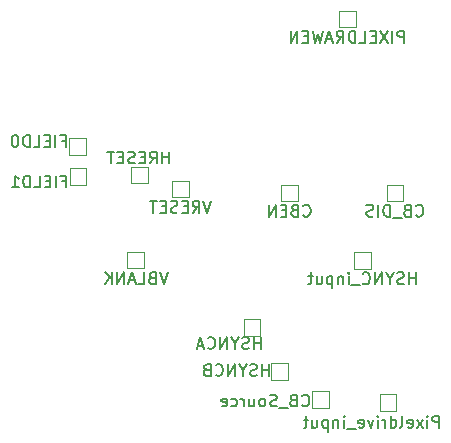
<source format=gbr>
%TF.GenerationSoftware,KiCad,Pcbnew,9.0.0*%
%TF.CreationDate,2025-04-23T17:39:51-07:00*%
%TF.ProjectId,ntscv2,6e747363-7632-42e6-9b69-6361645f7063,rev?*%
%TF.SameCoordinates,Original*%
%TF.FileFunction,Legend,Bot*%
%TF.FilePolarity,Positive*%
%FSLAX46Y46*%
G04 Gerber Fmt 4.6, Leading zero omitted, Abs format (unit mm)*
G04 Created by KiCad (PCBNEW 9.0.0) date 2025-04-23 17:39:51*
%MOMM*%
%LPD*%
G01*
G04 APERTURE LIST*
%ADD10C,0.150000*%
%ADD11C,0.120000*%
G04 APERTURE END LIST*
D10*
X179790475Y-55064819D02*
X179457142Y-56064819D01*
X179457142Y-56064819D02*
X179123809Y-55064819D01*
X178457142Y-55541009D02*
X178314285Y-55588628D01*
X178314285Y-55588628D02*
X178266666Y-55636247D01*
X178266666Y-55636247D02*
X178219047Y-55731485D01*
X178219047Y-55731485D02*
X178219047Y-55874342D01*
X178219047Y-55874342D02*
X178266666Y-55969580D01*
X178266666Y-55969580D02*
X178314285Y-56017200D01*
X178314285Y-56017200D02*
X178409523Y-56064819D01*
X178409523Y-56064819D02*
X178790475Y-56064819D01*
X178790475Y-56064819D02*
X178790475Y-55064819D01*
X178790475Y-55064819D02*
X178457142Y-55064819D01*
X178457142Y-55064819D02*
X178361904Y-55112438D01*
X178361904Y-55112438D02*
X178314285Y-55160057D01*
X178314285Y-55160057D02*
X178266666Y-55255295D01*
X178266666Y-55255295D02*
X178266666Y-55350533D01*
X178266666Y-55350533D02*
X178314285Y-55445771D01*
X178314285Y-55445771D02*
X178361904Y-55493390D01*
X178361904Y-55493390D02*
X178457142Y-55541009D01*
X178457142Y-55541009D02*
X178790475Y-55541009D01*
X177314285Y-56064819D02*
X177790475Y-56064819D01*
X177790475Y-56064819D02*
X177790475Y-55064819D01*
X177028570Y-55779104D02*
X176552380Y-55779104D01*
X177123808Y-56064819D02*
X176790475Y-55064819D01*
X176790475Y-55064819D02*
X176457142Y-56064819D01*
X176123808Y-56064819D02*
X176123808Y-55064819D01*
X176123808Y-55064819D02*
X175552380Y-56064819D01*
X175552380Y-56064819D02*
X175552380Y-55064819D01*
X175076189Y-56064819D02*
X175076189Y-55064819D01*
X174504761Y-56064819D02*
X174933332Y-55493390D01*
X174504761Y-55064819D02*
X175076189Y-55636247D01*
X188344285Y-63864819D02*
X188344285Y-62864819D01*
X188344285Y-63341009D02*
X187772857Y-63341009D01*
X187772857Y-63864819D02*
X187772857Y-62864819D01*
X187344285Y-63817200D02*
X187201428Y-63864819D01*
X187201428Y-63864819D02*
X186963333Y-63864819D01*
X186963333Y-63864819D02*
X186868095Y-63817200D01*
X186868095Y-63817200D02*
X186820476Y-63769580D01*
X186820476Y-63769580D02*
X186772857Y-63674342D01*
X186772857Y-63674342D02*
X186772857Y-63579104D01*
X186772857Y-63579104D02*
X186820476Y-63483866D01*
X186820476Y-63483866D02*
X186868095Y-63436247D01*
X186868095Y-63436247D02*
X186963333Y-63388628D01*
X186963333Y-63388628D02*
X187153809Y-63341009D01*
X187153809Y-63341009D02*
X187249047Y-63293390D01*
X187249047Y-63293390D02*
X187296666Y-63245771D01*
X187296666Y-63245771D02*
X187344285Y-63150533D01*
X187344285Y-63150533D02*
X187344285Y-63055295D01*
X187344285Y-63055295D02*
X187296666Y-62960057D01*
X187296666Y-62960057D02*
X187249047Y-62912438D01*
X187249047Y-62912438D02*
X187153809Y-62864819D01*
X187153809Y-62864819D02*
X186915714Y-62864819D01*
X186915714Y-62864819D02*
X186772857Y-62912438D01*
X186153809Y-63388628D02*
X186153809Y-63864819D01*
X186487142Y-62864819D02*
X186153809Y-63388628D01*
X186153809Y-63388628D02*
X185820476Y-62864819D01*
X185487142Y-63864819D02*
X185487142Y-62864819D01*
X185487142Y-62864819D02*
X184915714Y-63864819D01*
X184915714Y-63864819D02*
X184915714Y-62864819D01*
X183868095Y-63769580D02*
X183915714Y-63817200D01*
X183915714Y-63817200D02*
X184058571Y-63864819D01*
X184058571Y-63864819D02*
X184153809Y-63864819D01*
X184153809Y-63864819D02*
X184296666Y-63817200D01*
X184296666Y-63817200D02*
X184391904Y-63721961D01*
X184391904Y-63721961D02*
X184439523Y-63626723D01*
X184439523Y-63626723D02*
X184487142Y-63436247D01*
X184487142Y-63436247D02*
X184487142Y-63293390D01*
X184487142Y-63293390D02*
X184439523Y-63102914D01*
X184439523Y-63102914D02*
X184391904Y-63007676D01*
X184391904Y-63007676D02*
X184296666Y-62912438D01*
X184296666Y-62912438D02*
X184153809Y-62864819D01*
X184153809Y-62864819D02*
X184058571Y-62864819D01*
X184058571Y-62864819D02*
X183915714Y-62912438D01*
X183915714Y-62912438D02*
X183868095Y-62960057D01*
X183106190Y-63341009D02*
X182963333Y-63388628D01*
X182963333Y-63388628D02*
X182915714Y-63436247D01*
X182915714Y-63436247D02*
X182868095Y-63531485D01*
X182868095Y-63531485D02*
X182868095Y-63674342D01*
X182868095Y-63674342D02*
X182915714Y-63769580D01*
X182915714Y-63769580D02*
X182963333Y-63817200D01*
X182963333Y-63817200D02*
X183058571Y-63864819D01*
X183058571Y-63864819D02*
X183439523Y-63864819D01*
X183439523Y-63864819D02*
X183439523Y-62864819D01*
X183439523Y-62864819D02*
X183106190Y-62864819D01*
X183106190Y-62864819D02*
X183010952Y-62912438D01*
X183010952Y-62912438D02*
X182963333Y-62960057D01*
X182963333Y-62960057D02*
X182915714Y-63055295D01*
X182915714Y-63055295D02*
X182915714Y-63150533D01*
X182915714Y-63150533D02*
X182963333Y-63245771D01*
X182963333Y-63245771D02*
X183010952Y-63293390D01*
X183010952Y-63293390D02*
X183106190Y-63341009D01*
X183106190Y-63341009D02*
X183439523Y-63341009D01*
X200825714Y-50269580D02*
X200873333Y-50317200D01*
X200873333Y-50317200D02*
X201016190Y-50364819D01*
X201016190Y-50364819D02*
X201111428Y-50364819D01*
X201111428Y-50364819D02*
X201254285Y-50317200D01*
X201254285Y-50317200D02*
X201349523Y-50221961D01*
X201349523Y-50221961D02*
X201397142Y-50126723D01*
X201397142Y-50126723D02*
X201444761Y-49936247D01*
X201444761Y-49936247D02*
X201444761Y-49793390D01*
X201444761Y-49793390D02*
X201397142Y-49602914D01*
X201397142Y-49602914D02*
X201349523Y-49507676D01*
X201349523Y-49507676D02*
X201254285Y-49412438D01*
X201254285Y-49412438D02*
X201111428Y-49364819D01*
X201111428Y-49364819D02*
X201016190Y-49364819D01*
X201016190Y-49364819D02*
X200873333Y-49412438D01*
X200873333Y-49412438D02*
X200825714Y-49460057D01*
X200063809Y-49841009D02*
X199920952Y-49888628D01*
X199920952Y-49888628D02*
X199873333Y-49936247D01*
X199873333Y-49936247D02*
X199825714Y-50031485D01*
X199825714Y-50031485D02*
X199825714Y-50174342D01*
X199825714Y-50174342D02*
X199873333Y-50269580D01*
X199873333Y-50269580D02*
X199920952Y-50317200D01*
X199920952Y-50317200D02*
X200016190Y-50364819D01*
X200016190Y-50364819D02*
X200397142Y-50364819D01*
X200397142Y-50364819D02*
X200397142Y-49364819D01*
X200397142Y-49364819D02*
X200063809Y-49364819D01*
X200063809Y-49364819D02*
X199968571Y-49412438D01*
X199968571Y-49412438D02*
X199920952Y-49460057D01*
X199920952Y-49460057D02*
X199873333Y-49555295D01*
X199873333Y-49555295D02*
X199873333Y-49650533D01*
X199873333Y-49650533D02*
X199920952Y-49745771D01*
X199920952Y-49745771D02*
X199968571Y-49793390D01*
X199968571Y-49793390D02*
X200063809Y-49841009D01*
X200063809Y-49841009D02*
X200397142Y-49841009D01*
X199635238Y-50460057D02*
X198873333Y-50460057D01*
X198635237Y-50364819D02*
X198635237Y-49364819D01*
X198635237Y-49364819D02*
X198397142Y-49364819D01*
X198397142Y-49364819D02*
X198254285Y-49412438D01*
X198254285Y-49412438D02*
X198159047Y-49507676D01*
X198159047Y-49507676D02*
X198111428Y-49602914D01*
X198111428Y-49602914D02*
X198063809Y-49793390D01*
X198063809Y-49793390D02*
X198063809Y-49936247D01*
X198063809Y-49936247D02*
X198111428Y-50126723D01*
X198111428Y-50126723D02*
X198159047Y-50221961D01*
X198159047Y-50221961D02*
X198254285Y-50317200D01*
X198254285Y-50317200D02*
X198397142Y-50364819D01*
X198397142Y-50364819D02*
X198635237Y-50364819D01*
X197635237Y-50364819D02*
X197635237Y-49364819D01*
X197206666Y-50317200D02*
X197063809Y-50364819D01*
X197063809Y-50364819D02*
X196825714Y-50364819D01*
X196825714Y-50364819D02*
X196730476Y-50317200D01*
X196730476Y-50317200D02*
X196682857Y-50269580D01*
X196682857Y-50269580D02*
X196635238Y-50174342D01*
X196635238Y-50174342D02*
X196635238Y-50079104D01*
X196635238Y-50079104D02*
X196682857Y-49983866D01*
X196682857Y-49983866D02*
X196730476Y-49936247D01*
X196730476Y-49936247D02*
X196825714Y-49888628D01*
X196825714Y-49888628D02*
X197016190Y-49841009D01*
X197016190Y-49841009D02*
X197111428Y-49793390D01*
X197111428Y-49793390D02*
X197159047Y-49745771D01*
X197159047Y-49745771D02*
X197206666Y-49650533D01*
X197206666Y-49650533D02*
X197206666Y-49555295D01*
X197206666Y-49555295D02*
X197159047Y-49460057D01*
X197159047Y-49460057D02*
X197111428Y-49412438D01*
X197111428Y-49412438D02*
X197016190Y-49364819D01*
X197016190Y-49364819D02*
X196778095Y-49364819D01*
X196778095Y-49364819D02*
X196635238Y-49412438D01*
X191179048Y-66349580D02*
X191226667Y-66397200D01*
X191226667Y-66397200D02*
X191369524Y-66444819D01*
X191369524Y-66444819D02*
X191464762Y-66444819D01*
X191464762Y-66444819D02*
X191607619Y-66397200D01*
X191607619Y-66397200D02*
X191702857Y-66301961D01*
X191702857Y-66301961D02*
X191750476Y-66206723D01*
X191750476Y-66206723D02*
X191798095Y-66016247D01*
X191798095Y-66016247D02*
X191798095Y-65873390D01*
X191798095Y-65873390D02*
X191750476Y-65682914D01*
X191750476Y-65682914D02*
X191702857Y-65587676D01*
X191702857Y-65587676D02*
X191607619Y-65492438D01*
X191607619Y-65492438D02*
X191464762Y-65444819D01*
X191464762Y-65444819D02*
X191369524Y-65444819D01*
X191369524Y-65444819D02*
X191226667Y-65492438D01*
X191226667Y-65492438D02*
X191179048Y-65540057D01*
X190417143Y-65921009D02*
X190274286Y-65968628D01*
X190274286Y-65968628D02*
X190226667Y-66016247D01*
X190226667Y-66016247D02*
X190179048Y-66111485D01*
X190179048Y-66111485D02*
X190179048Y-66254342D01*
X190179048Y-66254342D02*
X190226667Y-66349580D01*
X190226667Y-66349580D02*
X190274286Y-66397200D01*
X190274286Y-66397200D02*
X190369524Y-66444819D01*
X190369524Y-66444819D02*
X190750476Y-66444819D01*
X190750476Y-66444819D02*
X190750476Y-65444819D01*
X190750476Y-65444819D02*
X190417143Y-65444819D01*
X190417143Y-65444819D02*
X190321905Y-65492438D01*
X190321905Y-65492438D02*
X190274286Y-65540057D01*
X190274286Y-65540057D02*
X190226667Y-65635295D01*
X190226667Y-65635295D02*
X190226667Y-65730533D01*
X190226667Y-65730533D02*
X190274286Y-65825771D01*
X190274286Y-65825771D02*
X190321905Y-65873390D01*
X190321905Y-65873390D02*
X190417143Y-65921009D01*
X190417143Y-65921009D02*
X190750476Y-65921009D01*
X189988572Y-66540057D02*
X189226667Y-66540057D01*
X189036190Y-66397200D02*
X188893333Y-66444819D01*
X188893333Y-66444819D02*
X188655238Y-66444819D01*
X188655238Y-66444819D02*
X188560000Y-66397200D01*
X188560000Y-66397200D02*
X188512381Y-66349580D01*
X188512381Y-66349580D02*
X188464762Y-66254342D01*
X188464762Y-66254342D02*
X188464762Y-66159104D01*
X188464762Y-66159104D02*
X188512381Y-66063866D01*
X188512381Y-66063866D02*
X188560000Y-66016247D01*
X188560000Y-66016247D02*
X188655238Y-65968628D01*
X188655238Y-65968628D02*
X188845714Y-65921009D01*
X188845714Y-65921009D02*
X188940952Y-65873390D01*
X188940952Y-65873390D02*
X188988571Y-65825771D01*
X188988571Y-65825771D02*
X189036190Y-65730533D01*
X189036190Y-65730533D02*
X189036190Y-65635295D01*
X189036190Y-65635295D02*
X188988571Y-65540057D01*
X188988571Y-65540057D02*
X188940952Y-65492438D01*
X188940952Y-65492438D02*
X188845714Y-65444819D01*
X188845714Y-65444819D02*
X188607619Y-65444819D01*
X188607619Y-65444819D02*
X188464762Y-65492438D01*
X187893333Y-66444819D02*
X187988571Y-66397200D01*
X187988571Y-66397200D02*
X188036190Y-66349580D01*
X188036190Y-66349580D02*
X188083809Y-66254342D01*
X188083809Y-66254342D02*
X188083809Y-65968628D01*
X188083809Y-65968628D02*
X188036190Y-65873390D01*
X188036190Y-65873390D02*
X187988571Y-65825771D01*
X187988571Y-65825771D02*
X187893333Y-65778152D01*
X187893333Y-65778152D02*
X187750476Y-65778152D01*
X187750476Y-65778152D02*
X187655238Y-65825771D01*
X187655238Y-65825771D02*
X187607619Y-65873390D01*
X187607619Y-65873390D02*
X187560000Y-65968628D01*
X187560000Y-65968628D02*
X187560000Y-66254342D01*
X187560000Y-66254342D02*
X187607619Y-66349580D01*
X187607619Y-66349580D02*
X187655238Y-66397200D01*
X187655238Y-66397200D02*
X187750476Y-66444819D01*
X187750476Y-66444819D02*
X187893333Y-66444819D01*
X186702857Y-65778152D02*
X186702857Y-66444819D01*
X187131428Y-65778152D02*
X187131428Y-66301961D01*
X187131428Y-66301961D02*
X187083809Y-66397200D01*
X187083809Y-66397200D02*
X186988571Y-66444819D01*
X186988571Y-66444819D02*
X186845714Y-66444819D01*
X186845714Y-66444819D02*
X186750476Y-66397200D01*
X186750476Y-66397200D02*
X186702857Y-66349580D01*
X186226666Y-66444819D02*
X186226666Y-65778152D01*
X186226666Y-65968628D02*
X186179047Y-65873390D01*
X186179047Y-65873390D02*
X186131428Y-65825771D01*
X186131428Y-65825771D02*
X186036190Y-65778152D01*
X186036190Y-65778152D02*
X185940952Y-65778152D01*
X185179047Y-66397200D02*
X185274285Y-66444819D01*
X185274285Y-66444819D02*
X185464761Y-66444819D01*
X185464761Y-66444819D02*
X185559999Y-66397200D01*
X185559999Y-66397200D02*
X185607618Y-66349580D01*
X185607618Y-66349580D02*
X185655237Y-66254342D01*
X185655237Y-66254342D02*
X185655237Y-65968628D01*
X185655237Y-65968628D02*
X185607618Y-65873390D01*
X185607618Y-65873390D02*
X185559999Y-65825771D01*
X185559999Y-65825771D02*
X185464761Y-65778152D01*
X185464761Y-65778152D02*
X185274285Y-65778152D01*
X185274285Y-65778152D02*
X185179047Y-65825771D01*
X184369523Y-66397200D02*
X184464761Y-66444819D01*
X184464761Y-66444819D02*
X184655237Y-66444819D01*
X184655237Y-66444819D02*
X184750475Y-66397200D01*
X184750475Y-66397200D02*
X184798094Y-66301961D01*
X184798094Y-66301961D02*
X184798094Y-65921009D01*
X184798094Y-65921009D02*
X184750475Y-65825771D01*
X184750475Y-65825771D02*
X184655237Y-65778152D01*
X184655237Y-65778152D02*
X184464761Y-65778152D01*
X184464761Y-65778152D02*
X184369523Y-65825771D01*
X184369523Y-65825771D02*
X184321904Y-65921009D01*
X184321904Y-65921009D02*
X184321904Y-66016247D01*
X184321904Y-66016247D02*
X184798094Y-66111485D01*
X183485237Y-49034819D02*
X183151904Y-50034819D01*
X183151904Y-50034819D02*
X182818571Y-49034819D01*
X181913809Y-50034819D02*
X182247142Y-49558628D01*
X182485237Y-50034819D02*
X182485237Y-49034819D01*
X182485237Y-49034819D02*
X182104285Y-49034819D01*
X182104285Y-49034819D02*
X182009047Y-49082438D01*
X182009047Y-49082438D02*
X181961428Y-49130057D01*
X181961428Y-49130057D02*
X181913809Y-49225295D01*
X181913809Y-49225295D02*
X181913809Y-49368152D01*
X181913809Y-49368152D02*
X181961428Y-49463390D01*
X181961428Y-49463390D02*
X182009047Y-49511009D01*
X182009047Y-49511009D02*
X182104285Y-49558628D01*
X182104285Y-49558628D02*
X182485237Y-49558628D01*
X181485237Y-49511009D02*
X181151904Y-49511009D01*
X181009047Y-50034819D02*
X181485237Y-50034819D01*
X181485237Y-50034819D02*
X181485237Y-49034819D01*
X181485237Y-49034819D02*
X181009047Y-49034819D01*
X180628094Y-49987200D02*
X180485237Y-50034819D01*
X180485237Y-50034819D02*
X180247142Y-50034819D01*
X180247142Y-50034819D02*
X180151904Y-49987200D01*
X180151904Y-49987200D02*
X180104285Y-49939580D01*
X180104285Y-49939580D02*
X180056666Y-49844342D01*
X180056666Y-49844342D02*
X180056666Y-49749104D01*
X180056666Y-49749104D02*
X180104285Y-49653866D01*
X180104285Y-49653866D02*
X180151904Y-49606247D01*
X180151904Y-49606247D02*
X180247142Y-49558628D01*
X180247142Y-49558628D02*
X180437618Y-49511009D01*
X180437618Y-49511009D02*
X180532856Y-49463390D01*
X180532856Y-49463390D02*
X180580475Y-49415771D01*
X180580475Y-49415771D02*
X180628094Y-49320533D01*
X180628094Y-49320533D02*
X180628094Y-49225295D01*
X180628094Y-49225295D02*
X180580475Y-49130057D01*
X180580475Y-49130057D02*
X180532856Y-49082438D01*
X180532856Y-49082438D02*
X180437618Y-49034819D01*
X180437618Y-49034819D02*
X180199523Y-49034819D01*
X180199523Y-49034819D02*
X180056666Y-49082438D01*
X179628094Y-49511009D02*
X179294761Y-49511009D01*
X179151904Y-50034819D02*
X179628094Y-50034819D01*
X179628094Y-50034819D02*
X179628094Y-49034819D01*
X179628094Y-49034819D02*
X179151904Y-49034819D01*
X178866189Y-49034819D02*
X178294761Y-49034819D01*
X178580475Y-50034819D02*
X178580475Y-49034819D01*
X200791189Y-56094818D02*
X200791189Y-55094818D01*
X200791189Y-55571008D02*
X200219761Y-55571008D01*
X200219761Y-56094818D02*
X200219761Y-55094818D01*
X199791189Y-56047199D02*
X199648332Y-56094818D01*
X199648332Y-56094818D02*
X199410237Y-56094818D01*
X199410237Y-56094818D02*
X199314999Y-56047199D01*
X199314999Y-56047199D02*
X199267380Y-55999579D01*
X199267380Y-55999579D02*
X199219761Y-55904341D01*
X199219761Y-55904341D02*
X199219761Y-55809103D01*
X199219761Y-55809103D02*
X199267380Y-55713865D01*
X199267380Y-55713865D02*
X199314999Y-55666246D01*
X199314999Y-55666246D02*
X199410237Y-55618627D01*
X199410237Y-55618627D02*
X199600713Y-55571008D01*
X199600713Y-55571008D02*
X199695951Y-55523389D01*
X199695951Y-55523389D02*
X199743570Y-55475770D01*
X199743570Y-55475770D02*
X199791189Y-55380532D01*
X199791189Y-55380532D02*
X199791189Y-55285294D01*
X199791189Y-55285294D02*
X199743570Y-55190056D01*
X199743570Y-55190056D02*
X199695951Y-55142437D01*
X199695951Y-55142437D02*
X199600713Y-55094818D01*
X199600713Y-55094818D02*
X199362618Y-55094818D01*
X199362618Y-55094818D02*
X199219761Y-55142437D01*
X198600713Y-55618627D02*
X198600713Y-56094818D01*
X198934046Y-55094818D02*
X198600713Y-55618627D01*
X198600713Y-55618627D02*
X198267380Y-55094818D01*
X197934046Y-56094818D02*
X197934046Y-55094818D01*
X197934046Y-55094818D02*
X197362618Y-56094818D01*
X197362618Y-56094818D02*
X197362618Y-55094818D01*
X196314999Y-55999579D02*
X196362618Y-56047199D01*
X196362618Y-56047199D02*
X196505475Y-56094818D01*
X196505475Y-56094818D02*
X196600713Y-56094818D01*
X196600713Y-56094818D02*
X196743570Y-56047199D01*
X196743570Y-56047199D02*
X196838808Y-55951960D01*
X196838808Y-55951960D02*
X196886427Y-55856722D01*
X196886427Y-55856722D02*
X196934046Y-55666246D01*
X196934046Y-55666246D02*
X196934046Y-55523389D01*
X196934046Y-55523389D02*
X196886427Y-55332913D01*
X196886427Y-55332913D02*
X196838808Y-55237675D01*
X196838808Y-55237675D02*
X196743570Y-55142437D01*
X196743570Y-55142437D02*
X196600713Y-55094818D01*
X196600713Y-55094818D02*
X196505475Y-55094818D01*
X196505475Y-55094818D02*
X196362618Y-55142437D01*
X196362618Y-55142437D02*
X196314999Y-55190056D01*
X196124523Y-56190056D02*
X195362618Y-56190056D01*
X195124522Y-56094818D02*
X195124522Y-55428151D01*
X195124522Y-55094818D02*
X195172141Y-55142437D01*
X195172141Y-55142437D02*
X195124522Y-55190056D01*
X195124522Y-55190056D02*
X195076903Y-55142437D01*
X195076903Y-55142437D02*
X195124522Y-55094818D01*
X195124522Y-55094818D02*
X195124522Y-55190056D01*
X194648332Y-55428151D02*
X194648332Y-56094818D01*
X194648332Y-55523389D02*
X194600713Y-55475770D01*
X194600713Y-55475770D02*
X194505475Y-55428151D01*
X194505475Y-55428151D02*
X194362618Y-55428151D01*
X194362618Y-55428151D02*
X194267380Y-55475770D01*
X194267380Y-55475770D02*
X194219761Y-55571008D01*
X194219761Y-55571008D02*
X194219761Y-56094818D01*
X193743570Y-55428151D02*
X193743570Y-56428151D01*
X193743570Y-55475770D02*
X193648332Y-55428151D01*
X193648332Y-55428151D02*
X193457856Y-55428151D01*
X193457856Y-55428151D02*
X193362618Y-55475770D01*
X193362618Y-55475770D02*
X193314999Y-55523389D01*
X193314999Y-55523389D02*
X193267380Y-55618627D01*
X193267380Y-55618627D02*
X193267380Y-55904341D01*
X193267380Y-55904341D02*
X193314999Y-55999579D01*
X193314999Y-55999579D02*
X193362618Y-56047199D01*
X193362618Y-56047199D02*
X193457856Y-56094818D01*
X193457856Y-56094818D02*
X193648332Y-56094818D01*
X193648332Y-56094818D02*
X193743570Y-56047199D01*
X192410237Y-55428151D02*
X192410237Y-56094818D01*
X192838808Y-55428151D02*
X192838808Y-55951960D01*
X192838808Y-55951960D02*
X192791189Y-56047199D01*
X192791189Y-56047199D02*
X192695951Y-56094818D01*
X192695951Y-56094818D02*
X192553094Y-56094818D01*
X192553094Y-56094818D02*
X192457856Y-56047199D01*
X192457856Y-56047199D02*
X192410237Y-55999579D01*
X192076903Y-55428151D02*
X191695951Y-55428151D01*
X191934046Y-55094818D02*
X191934046Y-55951960D01*
X191934046Y-55951960D02*
X191886427Y-56047199D01*
X191886427Y-56047199D02*
X191791189Y-56094818D01*
X191791189Y-56094818D02*
X191695951Y-56094818D01*
X187672856Y-61574819D02*
X187672856Y-60574819D01*
X187672856Y-61051009D02*
X187101428Y-61051009D01*
X187101428Y-61574819D02*
X187101428Y-60574819D01*
X186672856Y-61527200D02*
X186529999Y-61574819D01*
X186529999Y-61574819D02*
X186291904Y-61574819D01*
X186291904Y-61574819D02*
X186196666Y-61527200D01*
X186196666Y-61527200D02*
X186149047Y-61479580D01*
X186149047Y-61479580D02*
X186101428Y-61384342D01*
X186101428Y-61384342D02*
X186101428Y-61289104D01*
X186101428Y-61289104D02*
X186149047Y-61193866D01*
X186149047Y-61193866D02*
X186196666Y-61146247D01*
X186196666Y-61146247D02*
X186291904Y-61098628D01*
X186291904Y-61098628D02*
X186482380Y-61051009D01*
X186482380Y-61051009D02*
X186577618Y-61003390D01*
X186577618Y-61003390D02*
X186625237Y-60955771D01*
X186625237Y-60955771D02*
X186672856Y-60860533D01*
X186672856Y-60860533D02*
X186672856Y-60765295D01*
X186672856Y-60765295D02*
X186625237Y-60670057D01*
X186625237Y-60670057D02*
X186577618Y-60622438D01*
X186577618Y-60622438D02*
X186482380Y-60574819D01*
X186482380Y-60574819D02*
X186244285Y-60574819D01*
X186244285Y-60574819D02*
X186101428Y-60622438D01*
X185482380Y-61098628D02*
X185482380Y-61574819D01*
X185815713Y-60574819D02*
X185482380Y-61098628D01*
X185482380Y-61098628D02*
X185149047Y-60574819D01*
X184815713Y-61574819D02*
X184815713Y-60574819D01*
X184815713Y-60574819D02*
X184244285Y-61574819D01*
X184244285Y-61574819D02*
X184244285Y-60574819D01*
X183196666Y-61479580D02*
X183244285Y-61527200D01*
X183244285Y-61527200D02*
X183387142Y-61574819D01*
X183387142Y-61574819D02*
X183482380Y-61574819D01*
X183482380Y-61574819D02*
X183625237Y-61527200D01*
X183625237Y-61527200D02*
X183720475Y-61431961D01*
X183720475Y-61431961D02*
X183768094Y-61336723D01*
X183768094Y-61336723D02*
X183815713Y-61146247D01*
X183815713Y-61146247D02*
X183815713Y-61003390D01*
X183815713Y-61003390D02*
X183768094Y-60812914D01*
X183768094Y-60812914D02*
X183720475Y-60717676D01*
X183720475Y-60717676D02*
X183625237Y-60622438D01*
X183625237Y-60622438D02*
X183482380Y-60574819D01*
X183482380Y-60574819D02*
X183387142Y-60574819D01*
X183387142Y-60574819D02*
X183244285Y-60622438D01*
X183244285Y-60622438D02*
X183196666Y-60670057D01*
X182815713Y-61289104D02*
X182339523Y-61289104D01*
X182910951Y-61574819D02*
X182577618Y-60574819D01*
X182577618Y-60574819D02*
X182244285Y-61574819D01*
X191276666Y-50269580D02*
X191324285Y-50317200D01*
X191324285Y-50317200D02*
X191467142Y-50364819D01*
X191467142Y-50364819D02*
X191562380Y-50364819D01*
X191562380Y-50364819D02*
X191705237Y-50317200D01*
X191705237Y-50317200D02*
X191800475Y-50221961D01*
X191800475Y-50221961D02*
X191848094Y-50126723D01*
X191848094Y-50126723D02*
X191895713Y-49936247D01*
X191895713Y-49936247D02*
X191895713Y-49793390D01*
X191895713Y-49793390D02*
X191848094Y-49602914D01*
X191848094Y-49602914D02*
X191800475Y-49507676D01*
X191800475Y-49507676D02*
X191705237Y-49412438D01*
X191705237Y-49412438D02*
X191562380Y-49364819D01*
X191562380Y-49364819D02*
X191467142Y-49364819D01*
X191467142Y-49364819D02*
X191324285Y-49412438D01*
X191324285Y-49412438D02*
X191276666Y-49460057D01*
X190514761Y-49841009D02*
X190371904Y-49888628D01*
X190371904Y-49888628D02*
X190324285Y-49936247D01*
X190324285Y-49936247D02*
X190276666Y-50031485D01*
X190276666Y-50031485D02*
X190276666Y-50174342D01*
X190276666Y-50174342D02*
X190324285Y-50269580D01*
X190324285Y-50269580D02*
X190371904Y-50317200D01*
X190371904Y-50317200D02*
X190467142Y-50364819D01*
X190467142Y-50364819D02*
X190848094Y-50364819D01*
X190848094Y-50364819D02*
X190848094Y-49364819D01*
X190848094Y-49364819D02*
X190514761Y-49364819D01*
X190514761Y-49364819D02*
X190419523Y-49412438D01*
X190419523Y-49412438D02*
X190371904Y-49460057D01*
X190371904Y-49460057D02*
X190324285Y-49555295D01*
X190324285Y-49555295D02*
X190324285Y-49650533D01*
X190324285Y-49650533D02*
X190371904Y-49745771D01*
X190371904Y-49745771D02*
X190419523Y-49793390D01*
X190419523Y-49793390D02*
X190514761Y-49841009D01*
X190514761Y-49841009D02*
X190848094Y-49841009D01*
X189848094Y-49841009D02*
X189514761Y-49841009D01*
X189371904Y-50364819D02*
X189848094Y-50364819D01*
X189848094Y-50364819D02*
X189848094Y-49364819D01*
X189848094Y-49364819D02*
X189371904Y-49364819D01*
X188943332Y-50364819D02*
X188943332Y-49364819D01*
X188943332Y-49364819D02*
X188371904Y-50364819D01*
X188371904Y-50364819D02*
X188371904Y-49364819D01*
X170858571Y-47371009D02*
X171191904Y-47371009D01*
X171191904Y-47894819D02*
X171191904Y-46894819D01*
X171191904Y-46894819D02*
X170715714Y-46894819D01*
X170334761Y-47894819D02*
X170334761Y-46894819D01*
X169858571Y-47371009D02*
X169525238Y-47371009D01*
X169382381Y-47894819D02*
X169858571Y-47894819D01*
X169858571Y-47894819D02*
X169858571Y-46894819D01*
X169858571Y-46894819D02*
X169382381Y-46894819D01*
X168477619Y-47894819D02*
X168953809Y-47894819D01*
X168953809Y-47894819D02*
X168953809Y-46894819D01*
X168144285Y-47894819D02*
X168144285Y-46894819D01*
X168144285Y-46894819D02*
X167906190Y-46894819D01*
X167906190Y-46894819D02*
X167763333Y-46942438D01*
X167763333Y-46942438D02*
X167668095Y-47037676D01*
X167668095Y-47037676D02*
X167620476Y-47132914D01*
X167620476Y-47132914D02*
X167572857Y-47323390D01*
X167572857Y-47323390D02*
X167572857Y-47466247D01*
X167572857Y-47466247D02*
X167620476Y-47656723D01*
X167620476Y-47656723D02*
X167668095Y-47751961D01*
X167668095Y-47751961D02*
X167763333Y-47847200D01*
X167763333Y-47847200D02*
X167906190Y-47894819D01*
X167906190Y-47894819D02*
X168144285Y-47894819D01*
X166620476Y-47894819D02*
X167191904Y-47894819D01*
X166906190Y-47894819D02*
X166906190Y-46894819D01*
X166906190Y-46894819D02*
X167001428Y-47037676D01*
X167001428Y-47037676D02*
X167096666Y-47132914D01*
X167096666Y-47132914D02*
X167191904Y-47180533D01*
X202786666Y-68234819D02*
X202786666Y-67234819D01*
X202786666Y-67234819D02*
X202405714Y-67234819D01*
X202405714Y-67234819D02*
X202310476Y-67282438D01*
X202310476Y-67282438D02*
X202262857Y-67330057D01*
X202262857Y-67330057D02*
X202215238Y-67425295D01*
X202215238Y-67425295D02*
X202215238Y-67568152D01*
X202215238Y-67568152D02*
X202262857Y-67663390D01*
X202262857Y-67663390D02*
X202310476Y-67711009D01*
X202310476Y-67711009D02*
X202405714Y-67758628D01*
X202405714Y-67758628D02*
X202786666Y-67758628D01*
X201786666Y-68234819D02*
X201786666Y-67568152D01*
X201786666Y-67234819D02*
X201834285Y-67282438D01*
X201834285Y-67282438D02*
X201786666Y-67330057D01*
X201786666Y-67330057D02*
X201739047Y-67282438D01*
X201739047Y-67282438D02*
X201786666Y-67234819D01*
X201786666Y-67234819D02*
X201786666Y-67330057D01*
X201405714Y-68234819D02*
X200881905Y-67568152D01*
X201405714Y-67568152D02*
X200881905Y-68234819D01*
X200120000Y-68187200D02*
X200215238Y-68234819D01*
X200215238Y-68234819D02*
X200405714Y-68234819D01*
X200405714Y-68234819D02*
X200500952Y-68187200D01*
X200500952Y-68187200D02*
X200548571Y-68091961D01*
X200548571Y-68091961D02*
X200548571Y-67711009D01*
X200548571Y-67711009D02*
X200500952Y-67615771D01*
X200500952Y-67615771D02*
X200405714Y-67568152D01*
X200405714Y-67568152D02*
X200215238Y-67568152D01*
X200215238Y-67568152D02*
X200120000Y-67615771D01*
X200120000Y-67615771D02*
X200072381Y-67711009D01*
X200072381Y-67711009D02*
X200072381Y-67806247D01*
X200072381Y-67806247D02*
X200548571Y-67901485D01*
X199500952Y-68234819D02*
X199596190Y-68187200D01*
X199596190Y-68187200D02*
X199643809Y-68091961D01*
X199643809Y-68091961D02*
X199643809Y-67234819D01*
X198691428Y-68234819D02*
X198691428Y-67234819D01*
X198691428Y-68187200D02*
X198786666Y-68234819D01*
X198786666Y-68234819D02*
X198977142Y-68234819D01*
X198977142Y-68234819D02*
X199072380Y-68187200D01*
X199072380Y-68187200D02*
X199119999Y-68139580D01*
X199119999Y-68139580D02*
X199167618Y-68044342D01*
X199167618Y-68044342D02*
X199167618Y-67758628D01*
X199167618Y-67758628D02*
X199119999Y-67663390D01*
X199119999Y-67663390D02*
X199072380Y-67615771D01*
X199072380Y-67615771D02*
X198977142Y-67568152D01*
X198977142Y-67568152D02*
X198786666Y-67568152D01*
X198786666Y-67568152D02*
X198691428Y-67615771D01*
X198215237Y-68234819D02*
X198215237Y-67568152D01*
X198215237Y-67758628D02*
X198167618Y-67663390D01*
X198167618Y-67663390D02*
X198119999Y-67615771D01*
X198119999Y-67615771D02*
X198024761Y-67568152D01*
X198024761Y-67568152D02*
X197929523Y-67568152D01*
X197596189Y-68234819D02*
X197596189Y-67568152D01*
X197596189Y-67234819D02*
X197643808Y-67282438D01*
X197643808Y-67282438D02*
X197596189Y-67330057D01*
X197596189Y-67330057D02*
X197548570Y-67282438D01*
X197548570Y-67282438D02*
X197596189Y-67234819D01*
X197596189Y-67234819D02*
X197596189Y-67330057D01*
X197215237Y-67568152D02*
X196977142Y-68234819D01*
X196977142Y-68234819D02*
X196739047Y-67568152D01*
X195977142Y-68187200D02*
X196072380Y-68234819D01*
X196072380Y-68234819D02*
X196262856Y-68234819D01*
X196262856Y-68234819D02*
X196358094Y-68187200D01*
X196358094Y-68187200D02*
X196405713Y-68091961D01*
X196405713Y-68091961D02*
X196405713Y-67711009D01*
X196405713Y-67711009D02*
X196358094Y-67615771D01*
X196358094Y-67615771D02*
X196262856Y-67568152D01*
X196262856Y-67568152D02*
X196072380Y-67568152D01*
X196072380Y-67568152D02*
X195977142Y-67615771D01*
X195977142Y-67615771D02*
X195929523Y-67711009D01*
X195929523Y-67711009D02*
X195929523Y-67806247D01*
X195929523Y-67806247D02*
X196405713Y-67901485D01*
X195739047Y-68330057D02*
X194977142Y-68330057D01*
X194739046Y-68234819D02*
X194739046Y-67568152D01*
X194739046Y-67234819D02*
X194786665Y-67282438D01*
X194786665Y-67282438D02*
X194739046Y-67330057D01*
X194739046Y-67330057D02*
X194691427Y-67282438D01*
X194691427Y-67282438D02*
X194739046Y-67234819D01*
X194739046Y-67234819D02*
X194739046Y-67330057D01*
X194262856Y-67568152D02*
X194262856Y-68234819D01*
X194262856Y-67663390D02*
X194215237Y-67615771D01*
X194215237Y-67615771D02*
X194119999Y-67568152D01*
X194119999Y-67568152D02*
X193977142Y-67568152D01*
X193977142Y-67568152D02*
X193881904Y-67615771D01*
X193881904Y-67615771D02*
X193834285Y-67711009D01*
X193834285Y-67711009D02*
X193834285Y-68234819D01*
X193358094Y-67568152D02*
X193358094Y-68568152D01*
X193358094Y-67615771D02*
X193262856Y-67568152D01*
X193262856Y-67568152D02*
X193072380Y-67568152D01*
X193072380Y-67568152D02*
X192977142Y-67615771D01*
X192977142Y-67615771D02*
X192929523Y-67663390D01*
X192929523Y-67663390D02*
X192881904Y-67758628D01*
X192881904Y-67758628D02*
X192881904Y-68044342D01*
X192881904Y-68044342D02*
X192929523Y-68139580D01*
X192929523Y-68139580D02*
X192977142Y-68187200D01*
X192977142Y-68187200D02*
X193072380Y-68234819D01*
X193072380Y-68234819D02*
X193262856Y-68234819D01*
X193262856Y-68234819D02*
X193358094Y-68187200D01*
X192024761Y-67568152D02*
X192024761Y-68234819D01*
X192453332Y-67568152D02*
X192453332Y-68091961D01*
X192453332Y-68091961D02*
X192405713Y-68187200D01*
X192405713Y-68187200D02*
X192310475Y-68234819D01*
X192310475Y-68234819D02*
X192167618Y-68234819D01*
X192167618Y-68234819D02*
X192072380Y-68187200D01*
X192072380Y-68187200D02*
X192024761Y-68139580D01*
X191691427Y-67568152D02*
X191310475Y-67568152D01*
X191548570Y-67234819D02*
X191548570Y-68091961D01*
X191548570Y-68091961D02*
X191500951Y-68187200D01*
X191500951Y-68187200D02*
X191405713Y-68234819D01*
X191405713Y-68234819D02*
X191310475Y-68234819D01*
X179917618Y-45864819D02*
X179917618Y-44864819D01*
X179917618Y-45341009D02*
X179346190Y-45341009D01*
X179346190Y-45864819D02*
X179346190Y-44864819D01*
X178298571Y-45864819D02*
X178631904Y-45388628D01*
X178869999Y-45864819D02*
X178869999Y-44864819D01*
X178869999Y-44864819D02*
X178489047Y-44864819D01*
X178489047Y-44864819D02*
X178393809Y-44912438D01*
X178393809Y-44912438D02*
X178346190Y-44960057D01*
X178346190Y-44960057D02*
X178298571Y-45055295D01*
X178298571Y-45055295D02*
X178298571Y-45198152D01*
X178298571Y-45198152D02*
X178346190Y-45293390D01*
X178346190Y-45293390D02*
X178393809Y-45341009D01*
X178393809Y-45341009D02*
X178489047Y-45388628D01*
X178489047Y-45388628D02*
X178869999Y-45388628D01*
X177869999Y-45341009D02*
X177536666Y-45341009D01*
X177393809Y-45864819D02*
X177869999Y-45864819D01*
X177869999Y-45864819D02*
X177869999Y-44864819D01*
X177869999Y-44864819D02*
X177393809Y-44864819D01*
X177012856Y-45817200D02*
X176869999Y-45864819D01*
X176869999Y-45864819D02*
X176631904Y-45864819D01*
X176631904Y-45864819D02*
X176536666Y-45817200D01*
X176536666Y-45817200D02*
X176489047Y-45769580D01*
X176489047Y-45769580D02*
X176441428Y-45674342D01*
X176441428Y-45674342D02*
X176441428Y-45579104D01*
X176441428Y-45579104D02*
X176489047Y-45483866D01*
X176489047Y-45483866D02*
X176536666Y-45436247D01*
X176536666Y-45436247D02*
X176631904Y-45388628D01*
X176631904Y-45388628D02*
X176822380Y-45341009D01*
X176822380Y-45341009D02*
X176917618Y-45293390D01*
X176917618Y-45293390D02*
X176965237Y-45245771D01*
X176965237Y-45245771D02*
X177012856Y-45150533D01*
X177012856Y-45150533D02*
X177012856Y-45055295D01*
X177012856Y-45055295D02*
X176965237Y-44960057D01*
X176965237Y-44960057D02*
X176917618Y-44912438D01*
X176917618Y-44912438D02*
X176822380Y-44864819D01*
X176822380Y-44864819D02*
X176584285Y-44864819D01*
X176584285Y-44864819D02*
X176441428Y-44912438D01*
X176012856Y-45341009D02*
X175679523Y-45341009D01*
X175536666Y-45864819D02*
X176012856Y-45864819D01*
X176012856Y-45864819D02*
X176012856Y-44864819D01*
X176012856Y-44864819D02*
X175536666Y-44864819D01*
X175250951Y-44864819D02*
X174679523Y-44864819D01*
X174965237Y-45864819D02*
X174965237Y-44864819D01*
X170828571Y-43951009D02*
X171161904Y-43951009D01*
X171161904Y-44474819D02*
X171161904Y-43474819D01*
X171161904Y-43474819D02*
X170685714Y-43474819D01*
X170304761Y-44474819D02*
X170304761Y-43474819D01*
X169828571Y-43951009D02*
X169495238Y-43951009D01*
X169352381Y-44474819D02*
X169828571Y-44474819D01*
X169828571Y-44474819D02*
X169828571Y-43474819D01*
X169828571Y-43474819D02*
X169352381Y-43474819D01*
X168447619Y-44474819D02*
X168923809Y-44474819D01*
X168923809Y-44474819D02*
X168923809Y-43474819D01*
X168114285Y-44474819D02*
X168114285Y-43474819D01*
X168114285Y-43474819D02*
X167876190Y-43474819D01*
X167876190Y-43474819D02*
X167733333Y-43522438D01*
X167733333Y-43522438D02*
X167638095Y-43617676D01*
X167638095Y-43617676D02*
X167590476Y-43712914D01*
X167590476Y-43712914D02*
X167542857Y-43903390D01*
X167542857Y-43903390D02*
X167542857Y-44046247D01*
X167542857Y-44046247D02*
X167590476Y-44236723D01*
X167590476Y-44236723D02*
X167638095Y-44331961D01*
X167638095Y-44331961D02*
X167733333Y-44427200D01*
X167733333Y-44427200D02*
X167876190Y-44474819D01*
X167876190Y-44474819D02*
X168114285Y-44474819D01*
X166923809Y-43474819D02*
X166828571Y-43474819D01*
X166828571Y-43474819D02*
X166733333Y-43522438D01*
X166733333Y-43522438D02*
X166685714Y-43570057D01*
X166685714Y-43570057D02*
X166638095Y-43665295D01*
X166638095Y-43665295D02*
X166590476Y-43855771D01*
X166590476Y-43855771D02*
X166590476Y-44093866D01*
X166590476Y-44093866D02*
X166638095Y-44284342D01*
X166638095Y-44284342D02*
X166685714Y-44379580D01*
X166685714Y-44379580D02*
X166733333Y-44427200D01*
X166733333Y-44427200D02*
X166828571Y-44474819D01*
X166828571Y-44474819D02*
X166923809Y-44474819D01*
X166923809Y-44474819D02*
X167019047Y-44427200D01*
X167019047Y-44427200D02*
X167066666Y-44379580D01*
X167066666Y-44379580D02*
X167114285Y-44284342D01*
X167114285Y-44284342D02*
X167161904Y-44093866D01*
X167161904Y-44093866D02*
X167161904Y-43855771D01*
X167161904Y-43855771D02*
X167114285Y-43665295D01*
X167114285Y-43665295D02*
X167066666Y-43570057D01*
X167066666Y-43570057D02*
X167019047Y-43522438D01*
X167019047Y-43522438D02*
X166923809Y-43474819D01*
X199829523Y-35634819D02*
X199829523Y-34634819D01*
X199829523Y-34634819D02*
X199448571Y-34634819D01*
X199448571Y-34634819D02*
X199353333Y-34682438D01*
X199353333Y-34682438D02*
X199305714Y-34730057D01*
X199305714Y-34730057D02*
X199258095Y-34825295D01*
X199258095Y-34825295D02*
X199258095Y-34968152D01*
X199258095Y-34968152D02*
X199305714Y-35063390D01*
X199305714Y-35063390D02*
X199353333Y-35111009D01*
X199353333Y-35111009D02*
X199448571Y-35158628D01*
X199448571Y-35158628D02*
X199829523Y-35158628D01*
X198829523Y-35634819D02*
X198829523Y-34634819D01*
X198448571Y-34634819D02*
X197781905Y-35634819D01*
X197781905Y-34634819D02*
X198448571Y-35634819D01*
X197400952Y-35111009D02*
X197067619Y-35111009D01*
X196924762Y-35634819D02*
X197400952Y-35634819D01*
X197400952Y-35634819D02*
X197400952Y-34634819D01*
X197400952Y-34634819D02*
X196924762Y-34634819D01*
X196020000Y-35634819D02*
X196496190Y-35634819D01*
X196496190Y-35634819D02*
X196496190Y-34634819D01*
X195686666Y-35634819D02*
X195686666Y-34634819D01*
X195686666Y-34634819D02*
X195448571Y-34634819D01*
X195448571Y-34634819D02*
X195305714Y-34682438D01*
X195305714Y-34682438D02*
X195210476Y-34777676D01*
X195210476Y-34777676D02*
X195162857Y-34872914D01*
X195162857Y-34872914D02*
X195115238Y-35063390D01*
X195115238Y-35063390D02*
X195115238Y-35206247D01*
X195115238Y-35206247D02*
X195162857Y-35396723D01*
X195162857Y-35396723D02*
X195210476Y-35491961D01*
X195210476Y-35491961D02*
X195305714Y-35587200D01*
X195305714Y-35587200D02*
X195448571Y-35634819D01*
X195448571Y-35634819D02*
X195686666Y-35634819D01*
X194115238Y-35634819D02*
X194448571Y-35158628D01*
X194686666Y-35634819D02*
X194686666Y-34634819D01*
X194686666Y-34634819D02*
X194305714Y-34634819D01*
X194305714Y-34634819D02*
X194210476Y-34682438D01*
X194210476Y-34682438D02*
X194162857Y-34730057D01*
X194162857Y-34730057D02*
X194115238Y-34825295D01*
X194115238Y-34825295D02*
X194115238Y-34968152D01*
X194115238Y-34968152D02*
X194162857Y-35063390D01*
X194162857Y-35063390D02*
X194210476Y-35111009D01*
X194210476Y-35111009D02*
X194305714Y-35158628D01*
X194305714Y-35158628D02*
X194686666Y-35158628D01*
X193734285Y-35349104D02*
X193258095Y-35349104D01*
X193829523Y-35634819D02*
X193496190Y-34634819D01*
X193496190Y-34634819D02*
X193162857Y-35634819D01*
X192924761Y-34634819D02*
X192686666Y-35634819D01*
X192686666Y-35634819D02*
X192496190Y-34920533D01*
X192496190Y-34920533D02*
X192305714Y-35634819D01*
X192305714Y-35634819D02*
X192067619Y-34634819D01*
X191686666Y-35111009D02*
X191353333Y-35111009D01*
X191210476Y-35634819D02*
X191686666Y-35634819D01*
X191686666Y-35634819D02*
X191686666Y-34634819D01*
X191686666Y-34634819D02*
X191210476Y-34634819D01*
X190781904Y-35634819D02*
X190781904Y-34634819D01*
X190781904Y-34634819D02*
X190210476Y-35634819D01*
X190210476Y-35634819D02*
X190210476Y-34634819D01*
D11*
%TO.C,TP81*%
X176400000Y-53360000D02*
X176400000Y-54760000D01*
X176400000Y-54760000D02*
X177800000Y-54760000D01*
X177800000Y-53360000D02*
X176400000Y-53360000D01*
X177800000Y-54760000D02*
X177800000Y-53360000D01*
%TO.C,TP79*%
X188590000Y-62770000D02*
X188590000Y-64170000D01*
X188590000Y-64170000D02*
X189990000Y-64170000D01*
X189990000Y-62770000D02*
X188590000Y-62770000D01*
X189990000Y-64170000D02*
X189990000Y-62770000D01*
%TO.C,TP86*%
X198340000Y-47660000D02*
X198340000Y-49060000D01*
X198340000Y-49060000D02*
X199740000Y-49060000D01*
X199740000Y-47660000D02*
X198340000Y-47660000D01*
X199740000Y-49060000D02*
X199740000Y-47660000D01*
%TO.C,TP5*%
X192060000Y-65150000D02*
X192060000Y-66550000D01*
X192060000Y-66550000D02*
X193460000Y-66550000D01*
X193460000Y-65150000D02*
X192060000Y-65150000D01*
X193460000Y-66550000D02*
X193460000Y-65150000D01*
%TO.C,TP83*%
X180190000Y-47330000D02*
X180190000Y-48730000D01*
X180190000Y-48730000D02*
X181590000Y-48730000D01*
X181590000Y-47330000D02*
X180190000Y-47330000D01*
X181590000Y-48730000D02*
X181590000Y-47330000D01*
%TO.C,TP7*%
X195614999Y-53389999D02*
X195614999Y-54789999D01*
X195614999Y-54789999D02*
X197014999Y-54789999D01*
X197014999Y-53389999D02*
X195614999Y-53389999D01*
X197014999Y-54789999D02*
X197014999Y-53389999D01*
%TO.C,TP80*%
X186260000Y-59060000D02*
X186260000Y-60460000D01*
X186260000Y-60460000D02*
X187660000Y-60460000D01*
X187660000Y-59060000D02*
X186260000Y-59060000D01*
X187660000Y-60460000D02*
X187660000Y-59060000D01*
%TO.C,TP85*%
X189410000Y-47660000D02*
X189410000Y-49060000D01*
X189410000Y-49060000D02*
X190810000Y-49060000D01*
X190810000Y-47660000D02*
X189410000Y-47660000D01*
X190810000Y-49060000D02*
X190810000Y-47660000D01*
%TO.C,TP87*%
X171510000Y-46270000D02*
X171510000Y-47670000D01*
X171510000Y-47670000D02*
X172910000Y-47670000D01*
X172910000Y-46270000D02*
X171510000Y-46270000D01*
X172910000Y-47670000D02*
X172910000Y-46270000D01*
%TO.C,TP6*%
X197737501Y-65430000D02*
X197737501Y-66830000D01*
X197737501Y-66830000D02*
X199137501Y-66830000D01*
X199137501Y-65430000D02*
X197737501Y-65430000D01*
X199137501Y-66830000D02*
X199137501Y-65430000D01*
%TO.C,TP82*%
X176720000Y-46150000D02*
X176720000Y-47550000D01*
X176720000Y-47550000D02*
X178120000Y-47550000D01*
X178120000Y-46150000D02*
X176720000Y-46150000D01*
X178120000Y-47550000D02*
X178120000Y-46150000D01*
%TO.C,TP88*%
X171480000Y-43740000D02*
X171480000Y-45140000D01*
X171480000Y-45140000D02*
X172880000Y-45140000D01*
X172880000Y-43740000D02*
X171480000Y-43740000D01*
X172880000Y-45140000D02*
X172880000Y-43740000D01*
%TO.C,TP84*%
X194320000Y-32930000D02*
X194320000Y-34330000D01*
X194320000Y-34330000D02*
X195720000Y-34330000D01*
X195720000Y-32930000D02*
X194320000Y-32930000D01*
X195720000Y-34330000D02*
X195720000Y-32930000D01*
%TD*%
M02*

</source>
